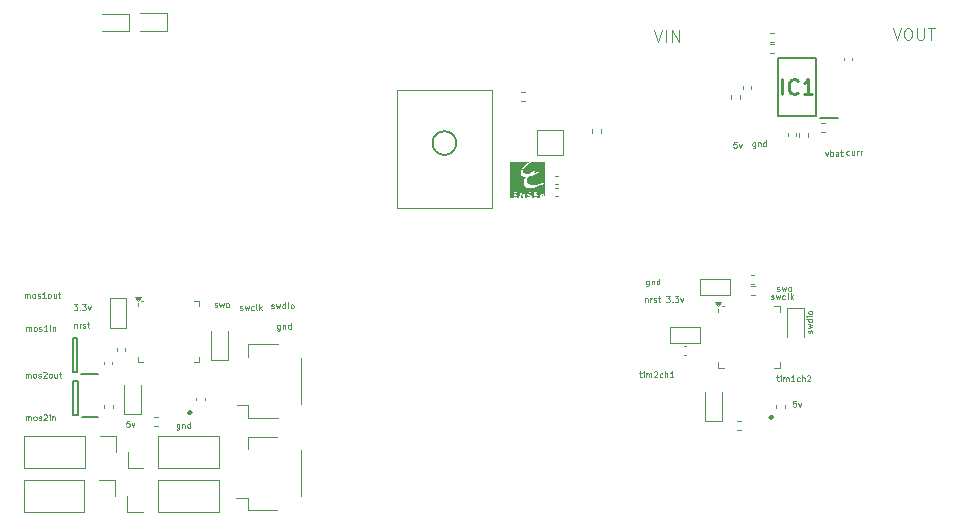
<source format=gbr>
%TF.GenerationSoftware,KiCad,Pcbnew,8.0.5*%
%TF.CreationDate,2024-10-23T07:35:36+02:00*%
%TF.ProjectId,Carte sensors,43617274-6520-4736-956e-736f72732e6b,rev?*%
%TF.SameCoordinates,Original*%
%TF.FileFunction,Legend,Top*%
%TF.FilePolarity,Positive*%
%FSLAX46Y46*%
G04 Gerber Fmt 4.6, Leading zero omitted, Abs format (unit mm)*
G04 Created by KiCad (PCBNEW 8.0.5) date 2024-10-23 07:35:36*
%MOMM*%
%LPD*%
G01*
G04 APERTURE LIST*
%ADD10C,0.100000*%
%ADD11C,0.254000*%
%ADD12C,0.120000*%
%ADD13C,0.250000*%
%ADD14C,0.150000*%
%ADD15C,0.200000*%
%ADD16C,0.000000*%
G04 APERTURE END LIST*
D10*
X165911027Y-119109800D02*
X165958646Y-119133609D01*
X165958646Y-119133609D02*
X166053884Y-119133609D01*
X166053884Y-119133609D02*
X166101503Y-119109800D01*
X166101503Y-119109800D02*
X166125312Y-119062180D01*
X166125312Y-119062180D02*
X166125312Y-119038371D01*
X166125312Y-119038371D02*
X166101503Y-118990752D01*
X166101503Y-118990752D02*
X166053884Y-118966942D01*
X166053884Y-118966942D02*
X165982455Y-118966942D01*
X165982455Y-118966942D02*
X165934836Y-118943133D01*
X165934836Y-118943133D02*
X165911027Y-118895514D01*
X165911027Y-118895514D02*
X165911027Y-118871704D01*
X165911027Y-118871704D02*
X165934836Y-118824085D01*
X165934836Y-118824085D02*
X165982455Y-118800276D01*
X165982455Y-118800276D02*
X166053884Y-118800276D01*
X166053884Y-118800276D02*
X166101503Y-118824085D01*
X166291979Y-118800276D02*
X166387217Y-119133609D01*
X166387217Y-119133609D02*
X166482455Y-118895514D01*
X166482455Y-118895514D02*
X166577693Y-119133609D01*
X166577693Y-119133609D02*
X166672931Y-118800276D01*
X166934837Y-119133609D02*
X166887218Y-119109800D01*
X166887218Y-119109800D02*
X166863408Y-119085990D01*
X166863408Y-119085990D02*
X166839599Y-119038371D01*
X166839599Y-119038371D02*
X166839599Y-118895514D01*
X166839599Y-118895514D02*
X166863408Y-118847895D01*
X166863408Y-118847895D02*
X166887218Y-118824085D01*
X166887218Y-118824085D02*
X166934837Y-118800276D01*
X166934837Y-118800276D02*
X167006265Y-118800276D01*
X167006265Y-118800276D02*
X167053884Y-118824085D01*
X167053884Y-118824085D02*
X167077694Y-118847895D01*
X167077694Y-118847895D02*
X167101503Y-118895514D01*
X167101503Y-118895514D02*
X167101503Y-119038371D01*
X167101503Y-119038371D02*
X167077694Y-119085990D01*
X167077694Y-119085990D02*
X167053884Y-119109800D01*
X167053884Y-119109800D02*
X167006265Y-119133609D01*
X167006265Y-119133609D02*
X166934837Y-119133609D01*
X213463408Y-125070276D02*
X213653884Y-125070276D01*
X213534836Y-124903609D02*
X213534836Y-125332180D01*
X213534836Y-125332180D02*
X213558646Y-125379800D01*
X213558646Y-125379800D02*
X213606265Y-125403609D01*
X213606265Y-125403609D02*
X213653884Y-125403609D01*
X213820550Y-125403609D02*
X213820550Y-125070276D01*
X213820550Y-124903609D02*
X213796741Y-124927419D01*
X213796741Y-124927419D02*
X213820550Y-124951228D01*
X213820550Y-124951228D02*
X213844360Y-124927419D01*
X213844360Y-124927419D02*
X213820550Y-124903609D01*
X213820550Y-124903609D02*
X213820550Y-124951228D01*
X214058645Y-125403609D02*
X214058645Y-125070276D01*
X214058645Y-125117895D02*
X214082455Y-125094085D01*
X214082455Y-125094085D02*
X214130074Y-125070276D01*
X214130074Y-125070276D02*
X214201502Y-125070276D01*
X214201502Y-125070276D02*
X214249121Y-125094085D01*
X214249121Y-125094085D02*
X214272931Y-125141704D01*
X214272931Y-125141704D02*
X214272931Y-125403609D01*
X214272931Y-125141704D02*
X214296740Y-125094085D01*
X214296740Y-125094085D02*
X214344359Y-125070276D01*
X214344359Y-125070276D02*
X214415788Y-125070276D01*
X214415788Y-125070276D02*
X214463407Y-125094085D01*
X214463407Y-125094085D02*
X214487217Y-125141704D01*
X214487217Y-125141704D02*
X214487217Y-125403609D01*
X214987217Y-125403609D02*
X214701503Y-125403609D01*
X214844360Y-125403609D02*
X214844360Y-124903609D01*
X214844360Y-124903609D02*
X214796741Y-124975038D01*
X214796741Y-124975038D02*
X214749122Y-125022657D01*
X214749122Y-125022657D02*
X214701503Y-125046466D01*
X215415788Y-125379800D02*
X215368169Y-125403609D01*
X215368169Y-125403609D02*
X215272931Y-125403609D01*
X215272931Y-125403609D02*
X215225312Y-125379800D01*
X215225312Y-125379800D02*
X215201502Y-125355990D01*
X215201502Y-125355990D02*
X215177693Y-125308371D01*
X215177693Y-125308371D02*
X215177693Y-125165514D01*
X215177693Y-125165514D02*
X215201502Y-125117895D01*
X215201502Y-125117895D02*
X215225312Y-125094085D01*
X215225312Y-125094085D02*
X215272931Y-125070276D01*
X215272931Y-125070276D02*
X215368169Y-125070276D01*
X215368169Y-125070276D02*
X215415788Y-125094085D01*
X215630073Y-125403609D02*
X215630073Y-124903609D01*
X215844359Y-125403609D02*
X215844359Y-125141704D01*
X215844359Y-125141704D02*
X215820549Y-125094085D01*
X215820549Y-125094085D02*
X215772930Y-125070276D01*
X215772930Y-125070276D02*
X215701502Y-125070276D01*
X215701502Y-125070276D02*
X215653883Y-125094085D01*
X215653883Y-125094085D02*
X215630073Y-125117895D01*
X216058645Y-124951228D02*
X216082454Y-124927419D01*
X216082454Y-124927419D02*
X216130073Y-124903609D01*
X216130073Y-124903609D02*
X216249121Y-124903609D01*
X216249121Y-124903609D02*
X216296740Y-124927419D01*
X216296740Y-124927419D02*
X216320549Y-124951228D01*
X216320549Y-124951228D02*
X216344359Y-124998847D01*
X216344359Y-124998847D02*
X216344359Y-125046466D01*
X216344359Y-125046466D02*
X216320549Y-125117895D01*
X216320549Y-125117895D02*
X216034835Y-125403609D01*
X216034835Y-125403609D02*
X216344359Y-125403609D01*
X149884836Y-125113609D02*
X149884836Y-124780276D01*
X149884836Y-124827895D02*
X149908646Y-124804085D01*
X149908646Y-124804085D02*
X149956265Y-124780276D01*
X149956265Y-124780276D02*
X150027693Y-124780276D01*
X150027693Y-124780276D02*
X150075312Y-124804085D01*
X150075312Y-124804085D02*
X150099122Y-124851704D01*
X150099122Y-124851704D02*
X150099122Y-125113609D01*
X150099122Y-124851704D02*
X150122931Y-124804085D01*
X150122931Y-124804085D02*
X150170550Y-124780276D01*
X150170550Y-124780276D02*
X150241979Y-124780276D01*
X150241979Y-124780276D02*
X150289598Y-124804085D01*
X150289598Y-124804085D02*
X150313408Y-124851704D01*
X150313408Y-124851704D02*
X150313408Y-125113609D01*
X150622932Y-125113609D02*
X150575313Y-125089800D01*
X150575313Y-125089800D02*
X150551503Y-125065990D01*
X150551503Y-125065990D02*
X150527694Y-125018371D01*
X150527694Y-125018371D02*
X150527694Y-124875514D01*
X150527694Y-124875514D02*
X150551503Y-124827895D01*
X150551503Y-124827895D02*
X150575313Y-124804085D01*
X150575313Y-124804085D02*
X150622932Y-124780276D01*
X150622932Y-124780276D02*
X150694360Y-124780276D01*
X150694360Y-124780276D02*
X150741979Y-124804085D01*
X150741979Y-124804085D02*
X150765789Y-124827895D01*
X150765789Y-124827895D02*
X150789598Y-124875514D01*
X150789598Y-124875514D02*
X150789598Y-125018371D01*
X150789598Y-125018371D02*
X150765789Y-125065990D01*
X150765789Y-125065990D02*
X150741979Y-125089800D01*
X150741979Y-125089800D02*
X150694360Y-125113609D01*
X150694360Y-125113609D02*
X150622932Y-125113609D01*
X150980075Y-125089800D02*
X151027694Y-125113609D01*
X151027694Y-125113609D02*
X151122932Y-125113609D01*
X151122932Y-125113609D02*
X151170551Y-125089800D01*
X151170551Y-125089800D02*
X151194360Y-125042180D01*
X151194360Y-125042180D02*
X151194360Y-125018371D01*
X151194360Y-125018371D02*
X151170551Y-124970752D01*
X151170551Y-124970752D02*
X151122932Y-124946942D01*
X151122932Y-124946942D02*
X151051503Y-124946942D01*
X151051503Y-124946942D02*
X151003884Y-124923133D01*
X151003884Y-124923133D02*
X150980075Y-124875514D01*
X150980075Y-124875514D02*
X150980075Y-124851704D01*
X150980075Y-124851704D02*
X151003884Y-124804085D01*
X151003884Y-124804085D02*
X151051503Y-124780276D01*
X151051503Y-124780276D02*
X151122932Y-124780276D01*
X151122932Y-124780276D02*
X151170551Y-124804085D01*
X151384837Y-124661228D02*
X151408646Y-124637419D01*
X151408646Y-124637419D02*
X151456265Y-124613609D01*
X151456265Y-124613609D02*
X151575313Y-124613609D01*
X151575313Y-124613609D02*
X151622932Y-124637419D01*
X151622932Y-124637419D02*
X151646741Y-124661228D01*
X151646741Y-124661228D02*
X151670551Y-124708847D01*
X151670551Y-124708847D02*
X151670551Y-124756466D01*
X151670551Y-124756466D02*
X151646741Y-124827895D01*
X151646741Y-124827895D02*
X151361027Y-125113609D01*
X151361027Y-125113609D02*
X151670551Y-125113609D01*
X151956265Y-125113609D02*
X151908646Y-125089800D01*
X151908646Y-125089800D02*
X151884836Y-125065990D01*
X151884836Y-125065990D02*
X151861027Y-125018371D01*
X151861027Y-125018371D02*
X151861027Y-124875514D01*
X151861027Y-124875514D02*
X151884836Y-124827895D01*
X151884836Y-124827895D02*
X151908646Y-124804085D01*
X151908646Y-124804085D02*
X151956265Y-124780276D01*
X151956265Y-124780276D02*
X152027693Y-124780276D01*
X152027693Y-124780276D02*
X152075312Y-124804085D01*
X152075312Y-124804085D02*
X152099122Y-124827895D01*
X152099122Y-124827895D02*
X152122931Y-124875514D01*
X152122931Y-124875514D02*
X152122931Y-125018371D01*
X152122931Y-125018371D02*
X152099122Y-125065990D01*
X152099122Y-125065990D02*
X152075312Y-125089800D01*
X152075312Y-125089800D02*
X152027693Y-125113609D01*
X152027693Y-125113609D02*
X151956265Y-125113609D01*
X152551503Y-124780276D02*
X152551503Y-125113609D01*
X152337217Y-124780276D02*
X152337217Y-125042180D01*
X152337217Y-125042180D02*
X152361027Y-125089800D01*
X152361027Y-125089800D02*
X152408646Y-125113609D01*
X152408646Y-125113609D02*
X152480074Y-125113609D01*
X152480074Y-125113609D02*
X152527693Y-125089800D01*
X152527693Y-125089800D02*
X152551503Y-125065990D01*
X152718170Y-124780276D02*
X152908646Y-124780276D01*
X152789598Y-124613609D02*
X152789598Y-125042180D01*
X152789598Y-125042180D02*
X152813408Y-125089800D01*
X152813408Y-125089800D02*
X152861027Y-125113609D01*
X152861027Y-125113609D02*
X152908646Y-125113609D01*
X202649122Y-116880276D02*
X202649122Y-117285038D01*
X202649122Y-117285038D02*
X202625312Y-117332657D01*
X202625312Y-117332657D02*
X202601503Y-117356466D01*
X202601503Y-117356466D02*
X202553884Y-117380276D01*
X202553884Y-117380276D02*
X202482455Y-117380276D01*
X202482455Y-117380276D02*
X202434836Y-117356466D01*
X202649122Y-117189800D02*
X202601503Y-117213609D01*
X202601503Y-117213609D02*
X202506265Y-117213609D01*
X202506265Y-117213609D02*
X202458646Y-117189800D01*
X202458646Y-117189800D02*
X202434836Y-117165990D01*
X202434836Y-117165990D02*
X202411027Y-117118371D01*
X202411027Y-117118371D02*
X202411027Y-116975514D01*
X202411027Y-116975514D02*
X202434836Y-116927895D01*
X202434836Y-116927895D02*
X202458646Y-116904085D01*
X202458646Y-116904085D02*
X202506265Y-116880276D01*
X202506265Y-116880276D02*
X202601503Y-116880276D01*
X202601503Y-116880276D02*
X202649122Y-116904085D01*
X202887217Y-116880276D02*
X202887217Y-117213609D01*
X202887217Y-116927895D02*
X202911027Y-116904085D01*
X202911027Y-116904085D02*
X202958646Y-116880276D01*
X202958646Y-116880276D02*
X203030074Y-116880276D01*
X203030074Y-116880276D02*
X203077693Y-116904085D01*
X203077693Y-116904085D02*
X203101503Y-116951704D01*
X203101503Y-116951704D02*
X203101503Y-117213609D01*
X203553884Y-117213609D02*
X203553884Y-116713609D01*
X203553884Y-117189800D02*
X203506265Y-117213609D01*
X203506265Y-117213609D02*
X203411027Y-117213609D01*
X203411027Y-117213609D02*
X203363408Y-117189800D01*
X203363408Y-117189800D02*
X203339598Y-117165990D01*
X203339598Y-117165990D02*
X203315789Y-117118371D01*
X203315789Y-117118371D02*
X203315789Y-116975514D01*
X203315789Y-116975514D02*
X203339598Y-116927895D01*
X203339598Y-116927895D02*
X203363408Y-116904085D01*
X203363408Y-116904085D02*
X203411027Y-116880276D01*
X203411027Y-116880276D02*
X203506265Y-116880276D01*
X203506265Y-116880276D02*
X203553884Y-116904085D01*
X154004836Y-120530276D02*
X154004836Y-120863609D01*
X154004836Y-120577895D02*
X154028646Y-120554085D01*
X154028646Y-120554085D02*
X154076265Y-120530276D01*
X154076265Y-120530276D02*
X154147693Y-120530276D01*
X154147693Y-120530276D02*
X154195312Y-120554085D01*
X154195312Y-120554085D02*
X154219122Y-120601704D01*
X154219122Y-120601704D02*
X154219122Y-120863609D01*
X154457217Y-120863609D02*
X154457217Y-120530276D01*
X154457217Y-120625514D02*
X154481027Y-120577895D01*
X154481027Y-120577895D02*
X154504836Y-120554085D01*
X154504836Y-120554085D02*
X154552455Y-120530276D01*
X154552455Y-120530276D02*
X154600074Y-120530276D01*
X154742932Y-120839800D02*
X154790551Y-120863609D01*
X154790551Y-120863609D02*
X154885789Y-120863609D01*
X154885789Y-120863609D02*
X154933408Y-120839800D01*
X154933408Y-120839800D02*
X154957217Y-120792180D01*
X154957217Y-120792180D02*
X154957217Y-120768371D01*
X154957217Y-120768371D02*
X154933408Y-120720752D01*
X154933408Y-120720752D02*
X154885789Y-120696942D01*
X154885789Y-120696942D02*
X154814360Y-120696942D01*
X154814360Y-120696942D02*
X154766741Y-120673133D01*
X154766741Y-120673133D02*
X154742932Y-120625514D01*
X154742932Y-120625514D02*
X154742932Y-120601704D01*
X154742932Y-120601704D02*
X154766741Y-120554085D01*
X154766741Y-120554085D02*
X154814360Y-120530276D01*
X154814360Y-120530276D02*
X154885789Y-120530276D01*
X154885789Y-120530276D02*
X154933408Y-120554085D01*
X155100075Y-120530276D02*
X155290551Y-120530276D01*
X155171503Y-120363609D02*
X155171503Y-120792180D01*
X155171503Y-120792180D02*
X155195313Y-120839800D01*
X155195313Y-120839800D02*
X155242932Y-120863609D01*
X155242932Y-120863609D02*
X155290551Y-120863609D01*
X213021027Y-118439800D02*
X213068646Y-118463609D01*
X213068646Y-118463609D02*
X213163884Y-118463609D01*
X213163884Y-118463609D02*
X213211503Y-118439800D01*
X213211503Y-118439800D02*
X213235312Y-118392180D01*
X213235312Y-118392180D02*
X213235312Y-118368371D01*
X213235312Y-118368371D02*
X213211503Y-118320752D01*
X213211503Y-118320752D02*
X213163884Y-118296942D01*
X213163884Y-118296942D02*
X213092455Y-118296942D01*
X213092455Y-118296942D02*
X213044836Y-118273133D01*
X213044836Y-118273133D02*
X213021027Y-118225514D01*
X213021027Y-118225514D02*
X213021027Y-118201704D01*
X213021027Y-118201704D02*
X213044836Y-118154085D01*
X213044836Y-118154085D02*
X213092455Y-118130276D01*
X213092455Y-118130276D02*
X213163884Y-118130276D01*
X213163884Y-118130276D02*
X213211503Y-118154085D01*
X213401979Y-118130276D02*
X213497217Y-118463609D01*
X213497217Y-118463609D02*
X213592455Y-118225514D01*
X213592455Y-118225514D02*
X213687693Y-118463609D01*
X213687693Y-118463609D02*
X213782931Y-118130276D01*
X214187694Y-118439800D02*
X214140075Y-118463609D01*
X214140075Y-118463609D02*
X214044837Y-118463609D01*
X214044837Y-118463609D02*
X213997218Y-118439800D01*
X213997218Y-118439800D02*
X213973408Y-118415990D01*
X213973408Y-118415990D02*
X213949599Y-118368371D01*
X213949599Y-118368371D02*
X213949599Y-118225514D01*
X213949599Y-118225514D02*
X213973408Y-118177895D01*
X213973408Y-118177895D02*
X213997218Y-118154085D01*
X213997218Y-118154085D02*
X214044837Y-118130276D01*
X214044837Y-118130276D02*
X214140075Y-118130276D01*
X214140075Y-118130276D02*
X214187694Y-118154085D01*
X214473408Y-118463609D02*
X214425789Y-118439800D01*
X214425789Y-118439800D02*
X214401979Y-118392180D01*
X214401979Y-118392180D02*
X214401979Y-117963609D01*
X214663884Y-118463609D02*
X214663884Y-117963609D01*
X214711503Y-118273133D02*
X214854360Y-118463609D01*
X214854360Y-118130276D02*
X214663884Y-118320752D01*
X149914836Y-128703609D02*
X149914836Y-128370276D01*
X149914836Y-128417895D02*
X149938646Y-128394085D01*
X149938646Y-128394085D02*
X149986265Y-128370276D01*
X149986265Y-128370276D02*
X150057693Y-128370276D01*
X150057693Y-128370276D02*
X150105312Y-128394085D01*
X150105312Y-128394085D02*
X150129122Y-128441704D01*
X150129122Y-128441704D02*
X150129122Y-128703609D01*
X150129122Y-128441704D02*
X150152931Y-128394085D01*
X150152931Y-128394085D02*
X150200550Y-128370276D01*
X150200550Y-128370276D02*
X150271979Y-128370276D01*
X150271979Y-128370276D02*
X150319598Y-128394085D01*
X150319598Y-128394085D02*
X150343408Y-128441704D01*
X150343408Y-128441704D02*
X150343408Y-128703609D01*
X150652932Y-128703609D02*
X150605313Y-128679800D01*
X150605313Y-128679800D02*
X150581503Y-128655990D01*
X150581503Y-128655990D02*
X150557694Y-128608371D01*
X150557694Y-128608371D02*
X150557694Y-128465514D01*
X150557694Y-128465514D02*
X150581503Y-128417895D01*
X150581503Y-128417895D02*
X150605313Y-128394085D01*
X150605313Y-128394085D02*
X150652932Y-128370276D01*
X150652932Y-128370276D02*
X150724360Y-128370276D01*
X150724360Y-128370276D02*
X150771979Y-128394085D01*
X150771979Y-128394085D02*
X150795789Y-128417895D01*
X150795789Y-128417895D02*
X150819598Y-128465514D01*
X150819598Y-128465514D02*
X150819598Y-128608371D01*
X150819598Y-128608371D02*
X150795789Y-128655990D01*
X150795789Y-128655990D02*
X150771979Y-128679800D01*
X150771979Y-128679800D02*
X150724360Y-128703609D01*
X150724360Y-128703609D02*
X150652932Y-128703609D01*
X151010075Y-128679800D02*
X151057694Y-128703609D01*
X151057694Y-128703609D02*
X151152932Y-128703609D01*
X151152932Y-128703609D02*
X151200551Y-128679800D01*
X151200551Y-128679800D02*
X151224360Y-128632180D01*
X151224360Y-128632180D02*
X151224360Y-128608371D01*
X151224360Y-128608371D02*
X151200551Y-128560752D01*
X151200551Y-128560752D02*
X151152932Y-128536942D01*
X151152932Y-128536942D02*
X151081503Y-128536942D01*
X151081503Y-128536942D02*
X151033884Y-128513133D01*
X151033884Y-128513133D02*
X151010075Y-128465514D01*
X151010075Y-128465514D02*
X151010075Y-128441704D01*
X151010075Y-128441704D02*
X151033884Y-128394085D01*
X151033884Y-128394085D02*
X151081503Y-128370276D01*
X151081503Y-128370276D02*
X151152932Y-128370276D01*
X151152932Y-128370276D02*
X151200551Y-128394085D01*
X151414837Y-128251228D02*
X151438646Y-128227419D01*
X151438646Y-128227419D02*
X151486265Y-128203609D01*
X151486265Y-128203609D02*
X151605313Y-128203609D01*
X151605313Y-128203609D02*
X151652932Y-128227419D01*
X151652932Y-128227419D02*
X151676741Y-128251228D01*
X151676741Y-128251228D02*
X151700551Y-128298847D01*
X151700551Y-128298847D02*
X151700551Y-128346466D01*
X151700551Y-128346466D02*
X151676741Y-128417895D01*
X151676741Y-128417895D02*
X151391027Y-128703609D01*
X151391027Y-128703609D02*
X151700551Y-128703609D01*
X151914836Y-128703609D02*
X151914836Y-128370276D01*
X151914836Y-128203609D02*
X151891027Y-128227419D01*
X151891027Y-128227419D02*
X151914836Y-128251228D01*
X151914836Y-128251228D02*
X151938646Y-128227419D01*
X151938646Y-128227419D02*
X151914836Y-128203609D01*
X151914836Y-128203609D02*
X151914836Y-128251228D01*
X152152931Y-128370276D02*
X152152931Y-128703609D01*
X152152931Y-128417895D02*
X152176741Y-128394085D01*
X152176741Y-128394085D02*
X152224360Y-128370276D01*
X152224360Y-128370276D02*
X152295788Y-128370276D01*
X152295788Y-128370276D02*
X152343407Y-128394085D01*
X152343407Y-128394085D02*
X152367217Y-128441704D01*
X152367217Y-128441704D02*
X152367217Y-128703609D01*
X213521027Y-117739800D02*
X213568646Y-117763609D01*
X213568646Y-117763609D02*
X213663884Y-117763609D01*
X213663884Y-117763609D02*
X213711503Y-117739800D01*
X213711503Y-117739800D02*
X213735312Y-117692180D01*
X213735312Y-117692180D02*
X213735312Y-117668371D01*
X213735312Y-117668371D02*
X213711503Y-117620752D01*
X213711503Y-117620752D02*
X213663884Y-117596942D01*
X213663884Y-117596942D02*
X213592455Y-117596942D01*
X213592455Y-117596942D02*
X213544836Y-117573133D01*
X213544836Y-117573133D02*
X213521027Y-117525514D01*
X213521027Y-117525514D02*
X213521027Y-117501704D01*
X213521027Y-117501704D02*
X213544836Y-117454085D01*
X213544836Y-117454085D02*
X213592455Y-117430276D01*
X213592455Y-117430276D02*
X213663884Y-117430276D01*
X213663884Y-117430276D02*
X213711503Y-117454085D01*
X213901979Y-117430276D02*
X213997217Y-117763609D01*
X213997217Y-117763609D02*
X214092455Y-117525514D01*
X214092455Y-117525514D02*
X214187693Y-117763609D01*
X214187693Y-117763609D02*
X214282931Y-117430276D01*
X214544837Y-117763609D02*
X214497218Y-117739800D01*
X214497218Y-117739800D02*
X214473408Y-117715990D01*
X214473408Y-117715990D02*
X214449599Y-117668371D01*
X214449599Y-117668371D02*
X214449599Y-117525514D01*
X214449599Y-117525514D02*
X214473408Y-117477895D01*
X214473408Y-117477895D02*
X214497218Y-117454085D01*
X214497218Y-117454085D02*
X214544837Y-117430276D01*
X214544837Y-117430276D02*
X214616265Y-117430276D01*
X214616265Y-117430276D02*
X214663884Y-117454085D01*
X214663884Y-117454085D02*
X214687694Y-117477895D01*
X214687694Y-117477895D02*
X214711503Y-117525514D01*
X214711503Y-117525514D02*
X214711503Y-117668371D01*
X214711503Y-117668371D02*
X214687694Y-117715990D01*
X214687694Y-117715990D02*
X214663884Y-117739800D01*
X214663884Y-117739800D02*
X214616265Y-117763609D01*
X214616265Y-117763609D02*
X214544837Y-117763609D01*
X203131027Y-95682419D02*
X203464360Y-96682419D01*
X203464360Y-96682419D02*
X203797693Y-95682419D01*
X204131027Y-96682419D02*
X204131027Y-95682419D01*
X204607217Y-96682419D02*
X204607217Y-95682419D01*
X204607217Y-95682419D02*
X205178645Y-96682419D01*
X205178645Y-96682419D02*
X205178645Y-95682419D01*
X168051027Y-119359800D02*
X168098646Y-119383609D01*
X168098646Y-119383609D02*
X168193884Y-119383609D01*
X168193884Y-119383609D02*
X168241503Y-119359800D01*
X168241503Y-119359800D02*
X168265312Y-119312180D01*
X168265312Y-119312180D02*
X168265312Y-119288371D01*
X168265312Y-119288371D02*
X168241503Y-119240752D01*
X168241503Y-119240752D02*
X168193884Y-119216942D01*
X168193884Y-119216942D02*
X168122455Y-119216942D01*
X168122455Y-119216942D02*
X168074836Y-119193133D01*
X168074836Y-119193133D02*
X168051027Y-119145514D01*
X168051027Y-119145514D02*
X168051027Y-119121704D01*
X168051027Y-119121704D02*
X168074836Y-119074085D01*
X168074836Y-119074085D02*
X168122455Y-119050276D01*
X168122455Y-119050276D02*
X168193884Y-119050276D01*
X168193884Y-119050276D02*
X168241503Y-119074085D01*
X168431979Y-119050276D02*
X168527217Y-119383609D01*
X168527217Y-119383609D02*
X168622455Y-119145514D01*
X168622455Y-119145514D02*
X168717693Y-119383609D01*
X168717693Y-119383609D02*
X168812931Y-119050276D01*
X169217694Y-119359800D02*
X169170075Y-119383609D01*
X169170075Y-119383609D02*
X169074837Y-119383609D01*
X169074837Y-119383609D02*
X169027218Y-119359800D01*
X169027218Y-119359800D02*
X169003408Y-119335990D01*
X169003408Y-119335990D02*
X168979599Y-119288371D01*
X168979599Y-119288371D02*
X168979599Y-119145514D01*
X168979599Y-119145514D02*
X169003408Y-119097895D01*
X169003408Y-119097895D02*
X169027218Y-119074085D01*
X169027218Y-119074085D02*
X169074837Y-119050276D01*
X169074837Y-119050276D02*
X169170075Y-119050276D01*
X169170075Y-119050276D02*
X169217694Y-119074085D01*
X169503408Y-119383609D02*
X169455789Y-119359800D01*
X169455789Y-119359800D02*
X169431979Y-119312180D01*
X169431979Y-119312180D02*
X169431979Y-118883609D01*
X169693884Y-119383609D02*
X169693884Y-118883609D01*
X169741503Y-119193133D02*
X169884360Y-119383609D01*
X169884360Y-119050276D02*
X169693884Y-119240752D01*
X219619122Y-106229800D02*
X219571503Y-106253609D01*
X219571503Y-106253609D02*
X219476265Y-106253609D01*
X219476265Y-106253609D02*
X219428646Y-106229800D01*
X219428646Y-106229800D02*
X219404836Y-106205990D01*
X219404836Y-106205990D02*
X219381027Y-106158371D01*
X219381027Y-106158371D02*
X219381027Y-106015514D01*
X219381027Y-106015514D02*
X219404836Y-105967895D01*
X219404836Y-105967895D02*
X219428646Y-105944085D01*
X219428646Y-105944085D02*
X219476265Y-105920276D01*
X219476265Y-105920276D02*
X219571503Y-105920276D01*
X219571503Y-105920276D02*
X219619122Y-105944085D01*
X220047693Y-105920276D02*
X220047693Y-106253609D01*
X219833407Y-105920276D02*
X219833407Y-106182180D01*
X219833407Y-106182180D02*
X219857217Y-106229800D01*
X219857217Y-106229800D02*
X219904836Y-106253609D01*
X219904836Y-106253609D02*
X219976264Y-106253609D01*
X219976264Y-106253609D02*
X220023883Y-106229800D01*
X220023883Y-106229800D02*
X220047693Y-106205990D01*
X220285788Y-106253609D02*
X220285788Y-105920276D01*
X220285788Y-106015514D02*
X220309598Y-105967895D01*
X220309598Y-105967895D02*
X220333407Y-105944085D01*
X220333407Y-105944085D02*
X220381026Y-105920276D01*
X220381026Y-105920276D02*
X220428645Y-105920276D01*
X220595312Y-106253609D02*
X220595312Y-105920276D01*
X220595312Y-106015514D02*
X220619122Y-105967895D01*
X220619122Y-105967895D02*
X220642931Y-105944085D01*
X220642931Y-105944085D02*
X220690550Y-105920276D01*
X220690550Y-105920276D02*
X220738169Y-105920276D01*
X149944836Y-121143609D02*
X149944836Y-120810276D01*
X149944836Y-120857895D02*
X149968646Y-120834085D01*
X149968646Y-120834085D02*
X150016265Y-120810276D01*
X150016265Y-120810276D02*
X150087693Y-120810276D01*
X150087693Y-120810276D02*
X150135312Y-120834085D01*
X150135312Y-120834085D02*
X150159122Y-120881704D01*
X150159122Y-120881704D02*
X150159122Y-121143609D01*
X150159122Y-120881704D02*
X150182931Y-120834085D01*
X150182931Y-120834085D02*
X150230550Y-120810276D01*
X150230550Y-120810276D02*
X150301979Y-120810276D01*
X150301979Y-120810276D02*
X150349598Y-120834085D01*
X150349598Y-120834085D02*
X150373408Y-120881704D01*
X150373408Y-120881704D02*
X150373408Y-121143609D01*
X150682932Y-121143609D02*
X150635313Y-121119800D01*
X150635313Y-121119800D02*
X150611503Y-121095990D01*
X150611503Y-121095990D02*
X150587694Y-121048371D01*
X150587694Y-121048371D02*
X150587694Y-120905514D01*
X150587694Y-120905514D02*
X150611503Y-120857895D01*
X150611503Y-120857895D02*
X150635313Y-120834085D01*
X150635313Y-120834085D02*
X150682932Y-120810276D01*
X150682932Y-120810276D02*
X150754360Y-120810276D01*
X150754360Y-120810276D02*
X150801979Y-120834085D01*
X150801979Y-120834085D02*
X150825789Y-120857895D01*
X150825789Y-120857895D02*
X150849598Y-120905514D01*
X150849598Y-120905514D02*
X150849598Y-121048371D01*
X150849598Y-121048371D02*
X150825789Y-121095990D01*
X150825789Y-121095990D02*
X150801979Y-121119800D01*
X150801979Y-121119800D02*
X150754360Y-121143609D01*
X150754360Y-121143609D02*
X150682932Y-121143609D01*
X151040075Y-121119800D02*
X151087694Y-121143609D01*
X151087694Y-121143609D02*
X151182932Y-121143609D01*
X151182932Y-121143609D02*
X151230551Y-121119800D01*
X151230551Y-121119800D02*
X151254360Y-121072180D01*
X151254360Y-121072180D02*
X151254360Y-121048371D01*
X151254360Y-121048371D02*
X151230551Y-121000752D01*
X151230551Y-121000752D02*
X151182932Y-120976942D01*
X151182932Y-120976942D02*
X151111503Y-120976942D01*
X151111503Y-120976942D02*
X151063884Y-120953133D01*
X151063884Y-120953133D02*
X151040075Y-120905514D01*
X151040075Y-120905514D02*
X151040075Y-120881704D01*
X151040075Y-120881704D02*
X151063884Y-120834085D01*
X151063884Y-120834085D02*
X151111503Y-120810276D01*
X151111503Y-120810276D02*
X151182932Y-120810276D01*
X151182932Y-120810276D02*
X151230551Y-120834085D01*
X151730551Y-121143609D02*
X151444837Y-121143609D01*
X151587694Y-121143609D02*
X151587694Y-120643609D01*
X151587694Y-120643609D02*
X151540075Y-120715038D01*
X151540075Y-120715038D02*
X151492456Y-120762657D01*
X151492456Y-120762657D02*
X151444837Y-120786466D01*
X151944836Y-121143609D02*
X151944836Y-120810276D01*
X151944836Y-120643609D02*
X151921027Y-120667419D01*
X151921027Y-120667419D02*
X151944836Y-120691228D01*
X151944836Y-120691228D02*
X151968646Y-120667419D01*
X151968646Y-120667419D02*
X151944836Y-120643609D01*
X151944836Y-120643609D02*
X151944836Y-120691228D01*
X152182931Y-120810276D02*
X152182931Y-121143609D01*
X152182931Y-120857895D02*
X152206741Y-120834085D01*
X152206741Y-120834085D02*
X152254360Y-120810276D01*
X152254360Y-120810276D02*
X152325788Y-120810276D01*
X152325788Y-120810276D02*
X152373407Y-120834085D01*
X152373407Y-120834085D02*
X152397217Y-120881704D01*
X152397217Y-120881704D02*
X152397217Y-121143609D01*
X216469800Y-121318972D02*
X216493609Y-121271353D01*
X216493609Y-121271353D02*
X216493609Y-121176115D01*
X216493609Y-121176115D02*
X216469800Y-121128496D01*
X216469800Y-121128496D02*
X216422180Y-121104687D01*
X216422180Y-121104687D02*
X216398371Y-121104687D01*
X216398371Y-121104687D02*
X216350752Y-121128496D01*
X216350752Y-121128496D02*
X216326942Y-121176115D01*
X216326942Y-121176115D02*
X216326942Y-121247544D01*
X216326942Y-121247544D02*
X216303133Y-121295163D01*
X216303133Y-121295163D02*
X216255514Y-121318972D01*
X216255514Y-121318972D02*
X216231704Y-121318972D01*
X216231704Y-121318972D02*
X216184085Y-121295163D01*
X216184085Y-121295163D02*
X216160276Y-121247544D01*
X216160276Y-121247544D02*
X216160276Y-121176115D01*
X216160276Y-121176115D02*
X216184085Y-121128496D01*
X216160276Y-120938020D02*
X216493609Y-120842782D01*
X216493609Y-120842782D02*
X216255514Y-120747544D01*
X216255514Y-120747544D02*
X216493609Y-120652306D01*
X216493609Y-120652306D02*
X216160276Y-120557068D01*
X216493609Y-120152305D02*
X215993609Y-120152305D01*
X216469800Y-120152305D02*
X216493609Y-120199924D01*
X216493609Y-120199924D02*
X216493609Y-120295162D01*
X216493609Y-120295162D02*
X216469800Y-120342781D01*
X216469800Y-120342781D02*
X216445990Y-120366591D01*
X216445990Y-120366591D02*
X216398371Y-120390400D01*
X216398371Y-120390400D02*
X216255514Y-120390400D01*
X216255514Y-120390400D02*
X216207895Y-120366591D01*
X216207895Y-120366591D02*
X216184085Y-120342781D01*
X216184085Y-120342781D02*
X216160276Y-120295162D01*
X216160276Y-120295162D02*
X216160276Y-120199924D01*
X216160276Y-120199924D02*
X216184085Y-120152305D01*
X216493609Y-119914210D02*
X216160276Y-119914210D01*
X215993609Y-119914210D02*
X216017419Y-119938019D01*
X216017419Y-119938019D02*
X216041228Y-119914210D01*
X216041228Y-119914210D02*
X216017419Y-119890400D01*
X216017419Y-119890400D02*
X215993609Y-119914210D01*
X215993609Y-119914210D02*
X216041228Y-119914210D01*
X216493609Y-119604686D02*
X216469800Y-119652305D01*
X216469800Y-119652305D02*
X216445990Y-119676115D01*
X216445990Y-119676115D02*
X216398371Y-119699924D01*
X216398371Y-119699924D02*
X216255514Y-119699924D01*
X216255514Y-119699924D02*
X216207895Y-119676115D01*
X216207895Y-119676115D02*
X216184085Y-119652305D01*
X216184085Y-119652305D02*
X216160276Y-119604686D01*
X216160276Y-119604686D02*
X216160276Y-119533258D01*
X216160276Y-119533258D02*
X216184085Y-119485639D01*
X216184085Y-119485639D02*
X216207895Y-119461829D01*
X216207895Y-119461829D02*
X216255514Y-119438020D01*
X216255514Y-119438020D02*
X216398371Y-119438020D01*
X216398371Y-119438020D02*
X216445990Y-119461829D01*
X216445990Y-119461829D02*
X216469800Y-119485639D01*
X216469800Y-119485639D02*
X216493609Y-119533258D01*
X216493609Y-119533258D02*
X216493609Y-119604686D01*
X202334836Y-118370276D02*
X202334836Y-118703609D01*
X202334836Y-118417895D02*
X202358646Y-118394085D01*
X202358646Y-118394085D02*
X202406265Y-118370276D01*
X202406265Y-118370276D02*
X202477693Y-118370276D01*
X202477693Y-118370276D02*
X202525312Y-118394085D01*
X202525312Y-118394085D02*
X202549122Y-118441704D01*
X202549122Y-118441704D02*
X202549122Y-118703609D01*
X202787217Y-118703609D02*
X202787217Y-118370276D01*
X202787217Y-118465514D02*
X202811027Y-118417895D01*
X202811027Y-118417895D02*
X202834836Y-118394085D01*
X202834836Y-118394085D02*
X202882455Y-118370276D01*
X202882455Y-118370276D02*
X202930074Y-118370276D01*
X203072932Y-118679800D02*
X203120551Y-118703609D01*
X203120551Y-118703609D02*
X203215789Y-118703609D01*
X203215789Y-118703609D02*
X203263408Y-118679800D01*
X203263408Y-118679800D02*
X203287217Y-118632180D01*
X203287217Y-118632180D02*
X203287217Y-118608371D01*
X203287217Y-118608371D02*
X203263408Y-118560752D01*
X203263408Y-118560752D02*
X203215789Y-118536942D01*
X203215789Y-118536942D02*
X203144360Y-118536942D01*
X203144360Y-118536942D02*
X203096741Y-118513133D01*
X203096741Y-118513133D02*
X203072932Y-118465514D01*
X203072932Y-118465514D02*
X203072932Y-118441704D01*
X203072932Y-118441704D02*
X203096741Y-118394085D01*
X203096741Y-118394085D02*
X203144360Y-118370276D01*
X203144360Y-118370276D02*
X203215789Y-118370276D01*
X203215789Y-118370276D02*
X203263408Y-118394085D01*
X203430075Y-118370276D02*
X203620551Y-118370276D01*
X203501503Y-118203609D02*
X203501503Y-118632180D01*
X203501503Y-118632180D02*
X203525313Y-118679800D01*
X203525313Y-118679800D02*
X203572932Y-118703609D01*
X203572932Y-118703609D02*
X203620551Y-118703609D01*
X204120550Y-118203609D02*
X204430074Y-118203609D01*
X204430074Y-118203609D02*
X204263407Y-118394085D01*
X204263407Y-118394085D02*
X204334836Y-118394085D01*
X204334836Y-118394085D02*
X204382455Y-118417895D01*
X204382455Y-118417895D02*
X204406264Y-118441704D01*
X204406264Y-118441704D02*
X204430074Y-118489323D01*
X204430074Y-118489323D02*
X204430074Y-118608371D01*
X204430074Y-118608371D02*
X204406264Y-118655990D01*
X204406264Y-118655990D02*
X204382455Y-118679800D01*
X204382455Y-118679800D02*
X204334836Y-118703609D01*
X204334836Y-118703609D02*
X204191979Y-118703609D01*
X204191979Y-118703609D02*
X204144360Y-118679800D01*
X204144360Y-118679800D02*
X204120550Y-118655990D01*
X204644359Y-118655990D02*
X204668169Y-118679800D01*
X204668169Y-118679800D02*
X204644359Y-118703609D01*
X204644359Y-118703609D02*
X204620550Y-118679800D01*
X204620550Y-118679800D02*
X204644359Y-118655990D01*
X204644359Y-118655990D02*
X204644359Y-118703609D01*
X204834835Y-118203609D02*
X205144359Y-118203609D01*
X205144359Y-118203609D02*
X204977692Y-118394085D01*
X204977692Y-118394085D02*
X205049121Y-118394085D01*
X205049121Y-118394085D02*
X205096740Y-118417895D01*
X205096740Y-118417895D02*
X205120549Y-118441704D01*
X205120549Y-118441704D02*
X205144359Y-118489323D01*
X205144359Y-118489323D02*
X205144359Y-118608371D01*
X205144359Y-118608371D02*
X205120549Y-118655990D01*
X205120549Y-118655990D02*
X205096740Y-118679800D01*
X205096740Y-118679800D02*
X205049121Y-118703609D01*
X205049121Y-118703609D02*
X204906264Y-118703609D01*
X204906264Y-118703609D02*
X204858645Y-118679800D01*
X204858645Y-118679800D02*
X204834835Y-118655990D01*
X205311025Y-118370276D02*
X205430073Y-118703609D01*
X205430073Y-118703609D02*
X205549120Y-118370276D01*
X171419122Y-120620276D02*
X171419122Y-121025038D01*
X171419122Y-121025038D02*
X171395312Y-121072657D01*
X171395312Y-121072657D02*
X171371503Y-121096466D01*
X171371503Y-121096466D02*
X171323884Y-121120276D01*
X171323884Y-121120276D02*
X171252455Y-121120276D01*
X171252455Y-121120276D02*
X171204836Y-121096466D01*
X171419122Y-120929800D02*
X171371503Y-120953609D01*
X171371503Y-120953609D02*
X171276265Y-120953609D01*
X171276265Y-120953609D02*
X171228646Y-120929800D01*
X171228646Y-120929800D02*
X171204836Y-120905990D01*
X171204836Y-120905990D02*
X171181027Y-120858371D01*
X171181027Y-120858371D02*
X171181027Y-120715514D01*
X171181027Y-120715514D02*
X171204836Y-120667895D01*
X171204836Y-120667895D02*
X171228646Y-120644085D01*
X171228646Y-120644085D02*
X171276265Y-120620276D01*
X171276265Y-120620276D02*
X171371503Y-120620276D01*
X171371503Y-120620276D02*
X171419122Y-120644085D01*
X171657217Y-120620276D02*
X171657217Y-120953609D01*
X171657217Y-120667895D02*
X171681027Y-120644085D01*
X171681027Y-120644085D02*
X171728646Y-120620276D01*
X171728646Y-120620276D02*
X171800074Y-120620276D01*
X171800074Y-120620276D02*
X171847693Y-120644085D01*
X171847693Y-120644085D02*
X171871503Y-120691704D01*
X171871503Y-120691704D02*
X171871503Y-120953609D01*
X172323884Y-120953609D02*
X172323884Y-120453609D01*
X172323884Y-120929800D02*
X172276265Y-120953609D01*
X172276265Y-120953609D02*
X172181027Y-120953609D01*
X172181027Y-120953609D02*
X172133408Y-120929800D01*
X172133408Y-120929800D02*
X172109598Y-120905990D01*
X172109598Y-120905990D02*
X172085789Y-120858371D01*
X172085789Y-120858371D02*
X172085789Y-120715514D01*
X172085789Y-120715514D02*
X172109598Y-120667895D01*
X172109598Y-120667895D02*
X172133408Y-120644085D01*
X172133408Y-120644085D02*
X172181027Y-120620276D01*
X172181027Y-120620276D02*
X172276265Y-120620276D01*
X172276265Y-120620276D02*
X172323884Y-120644085D01*
X210082931Y-105133609D02*
X209844836Y-105133609D01*
X209844836Y-105133609D02*
X209821027Y-105371704D01*
X209821027Y-105371704D02*
X209844836Y-105347895D01*
X209844836Y-105347895D02*
X209892455Y-105324085D01*
X209892455Y-105324085D02*
X210011503Y-105324085D01*
X210011503Y-105324085D02*
X210059122Y-105347895D01*
X210059122Y-105347895D02*
X210082931Y-105371704D01*
X210082931Y-105371704D02*
X210106741Y-105419323D01*
X210106741Y-105419323D02*
X210106741Y-105538371D01*
X210106741Y-105538371D02*
X210082931Y-105585990D01*
X210082931Y-105585990D02*
X210059122Y-105609800D01*
X210059122Y-105609800D02*
X210011503Y-105633609D01*
X210011503Y-105633609D02*
X209892455Y-105633609D01*
X209892455Y-105633609D02*
X209844836Y-105609800D01*
X209844836Y-105609800D02*
X209821027Y-105585990D01*
X210273407Y-105300276D02*
X210392455Y-105633609D01*
X210392455Y-105633609D02*
X210511502Y-105300276D01*
X162909122Y-129010276D02*
X162909122Y-129415038D01*
X162909122Y-129415038D02*
X162885312Y-129462657D01*
X162885312Y-129462657D02*
X162861503Y-129486466D01*
X162861503Y-129486466D02*
X162813884Y-129510276D01*
X162813884Y-129510276D02*
X162742455Y-129510276D01*
X162742455Y-129510276D02*
X162694836Y-129486466D01*
X162909122Y-129319800D02*
X162861503Y-129343609D01*
X162861503Y-129343609D02*
X162766265Y-129343609D01*
X162766265Y-129343609D02*
X162718646Y-129319800D01*
X162718646Y-129319800D02*
X162694836Y-129295990D01*
X162694836Y-129295990D02*
X162671027Y-129248371D01*
X162671027Y-129248371D02*
X162671027Y-129105514D01*
X162671027Y-129105514D02*
X162694836Y-129057895D01*
X162694836Y-129057895D02*
X162718646Y-129034085D01*
X162718646Y-129034085D02*
X162766265Y-129010276D01*
X162766265Y-129010276D02*
X162861503Y-129010276D01*
X162861503Y-129010276D02*
X162909122Y-129034085D01*
X163147217Y-129010276D02*
X163147217Y-129343609D01*
X163147217Y-129057895D02*
X163171027Y-129034085D01*
X163171027Y-129034085D02*
X163218646Y-129010276D01*
X163218646Y-129010276D02*
X163290074Y-129010276D01*
X163290074Y-129010276D02*
X163337693Y-129034085D01*
X163337693Y-129034085D02*
X163361503Y-129081704D01*
X163361503Y-129081704D02*
X163361503Y-129343609D01*
X163813884Y-129343609D02*
X163813884Y-128843609D01*
X163813884Y-129319800D02*
X163766265Y-129343609D01*
X163766265Y-129343609D02*
X163671027Y-129343609D01*
X163671027Y-129343609D02*
X163623408Y-129319800D01*
X163623408Y-129319800D02*
X163599598Y-129295990D01*
X163599598Y-129295990D02*
X163575789Y-129248371D01*
X163575789Y-129248371D02*
X163575789Y-129105514D01*
X163575789Y-129105514D02*
X163599598Y-129057895D01*
X163599598Y-129057895D02*
X163623408Y-129034085D01*
X163623408Y-129034085D02*
X163671027Y-129010276D01*
X163671027Y-129010276D02*
X163766265Y-129010276D01*
X163766265Y-129010276D02*
X163813884Y-129034085D01*
X223321027Y-95512419D02*
X223654360Y-96512419D01*
X223654360Y-96512419D02*
X223987693Y-95512419D01*
X224511503Y-95512419D02*
X224701979Y-95512419D01*
X224701979Y-95512419D02*
X224797217Y-95560038D01*
X224797217Y-95560038D02*
X224892455Y-95655276D01*
X224892455Y-95655276D02*
X224940074Y-95845752D01*
X224940074Y-95845752D02*
X224940074Y-96179085D01*
X224940074Y-96179085D02*
X224892455Y-96369561D01*
X224892455Y-96369561D02*
X224797217Y-96464800D01*
X224797217Y-96464800D02*
X224701979Y-96512419D01*
X224701979Y-96512419D02*
X224511503Y-96512419D01*
X224511503Y-96512419D02*
X224416265Y-96464800D01*
X224416265Y-96464800D02*
X224321027Y-96369561D01*
X224321027Y-96369561D02*
X224273408Y-96179085D01*
X224273408Y-96179085D02*
X224273408Y-95845752D01*
X224273408Y-95845752D02*
X224321027Y-95655276D01*
X224321027Y-95655276D02*
X224416265Y-95560038D01*
X224416265Y-95560038D02*
X224511503Y-95512419D01*
X225368646Y-95512419D02*
X225368646Y-96321942D01*
X225368646Y-96321942D02*
X225416265Y-96417180D01*
X225416265Y-96417180D02*
X225463884Y-96464800D01*
X225463884Y-96464800D02*
X225559122Y-96512419D01*
X225559122Y-96512419D02*
X225749598Y-96512419D01*
X225749598Y-96512419D02*
X225844836Y-96464800D01*
X225844836Y-96464800D02*
X225892455Y-96417180D01*
X225892455Y-96417180D02*
X225940074Y-96321942D01*
X225940074Y-96321942D02*
X225940074Y-95512419D01*
X226273408Y-95512419D02*
X226844836Y-95512419D01*
X226559122Y-96512419D02*
X226559122Y-95512419D01*
X170701027Y-119209800D02*
X170748646Y-119233609D01*
X170748646Y-119233609D02*
X170843884Y-119233609D01*
X170843884Y-119233609D02*
X170891503Y-119209800D01*
X170891503Y-119209800D02*
X170915312Y-119162180D01*
X170915312Y-119162180D02*
X170915312Y-119138371D01*
X170915312Y-119138371D02*
X170891503Y-119090752D01*
X170891503Y-119090752D02*
X170843884Y-119066942D01*
X170843884Y-119066942D02*
X170772455Y-119066942D01*
X170772455Y-119066942D02*
X170724836Y-119043133D01*
X170724836Y-119043133D02*
X170701027Y-118995514D01*
X170701027Y-118995514D02*
X170701027Y-118971704D01*
X170701027Y-118971704D02*
X170724836Y-118924085D01*
X170724836Y-118924085D02*
X170772455Y-118900276D01*
X170772455Y-118900276D02*
X170843884Y-118900276D01*
X170843884Y-118900276D02*
X170891503Y-118924085D01*
X171081979Y-118900276D02*
X171177217Y-119233609D01*
X171177217Y-119233609D02*
X171272455Y-118995514D01*
X171272455Y-118995514D02*
X171367693Y-119233609D01*
X171367693Y-119233609D02*
X171462931Y-118900276D01*
X171867694Y-119233609D02*
X171867694Y-118733609D01*
X171867694Y-119209800D02*
X171820075Y-119233609D01*
X171820075Y-119233609D02*
X171724837Y-119233609D01*
X171724837Y-119233609D02*
X171677218Y-119209800D01*
X171677218Y-119209800D02*
X171653408Y-119185990D01*
X171653408Y-119185990D02*
X171629599Y-119138371D01*
X171629599Y-119138371D02*
X171629599Y-118995514D01*
X171629599Y-118995514D02*
X171653408Y-118947895D01*
X171653408Y-118947895D02*
X171677218Y-118924085D01*
X171677218Y-118924085D02*
X171724837Y-118900276D01*
X171724837Y-118900276D02*
X171820075Y-118900276D01*
X171820075Y-118900276D02*
X171867694Y-118924085D01*
X172105789Y-119233609D02*
X172105789Y-118900276D01*
X172105789Y-118733609D02*
X172081980Y-118757419D01*
X172081980Y-118757419D02*
X172105789Y-118781228D01*
X172105789Y-118781228D02*
X172129599Y-118757419D01*
X172129599Y-118757419D02*
X172105789Y-118733609D01*
X172105789Y-118733609D02*
X172105789Y-118781228D01*
X172415313Y-119233609D02*
X172367694Y-119209800D01*
X172367694Y-119209800D02*
X172343884Y-119185990D01*
X172343884Y-119185990D02*
X172320075Y-119138371D01*
X172320075Y-119138371D02*
X172320075Y-118995514D01*
X172320075Y-118995514D02*
X172343884Y-118947895D01*
X172343884Y-118947895D02*
X172367694Y-118924085D01*
X172367694Y-118924085D02*
X172415313Y-118900276D01*
X172415313Y-118900276D02*
X172486741Y-118900276D01*
X172486741Y-118900276D02*
X172534360Y-118924085D01*
X172534360Y-118924085D02*
X172558170Y-118947895D01*
X172558170Y-118947895D02*
X172581979Y-118995514D01*
X172581979Y-118995514D02*
X172581979Y-119138371D01*
X172581979Y-119138371D02*
X172558170Y-119185990D01*
X172558170Y-119185990D02*
X172534360Y-119209800D01*
X172534360Y-119209800D02*
X172486741Y-119233609D01*
X172486741Y-119233609D02*
X172415313Y-119233609D01*
X149804836Y-118363609D02*
X149804836Y-118030276D01*
X149804836Y-118077895D02*
X149828646Y-118054085D01*
X149828646Y-118054085D02*
X149876265Y-118030276D01*
X149876265Y-118030276D02*
X149947693Y-118030276D01*
X149947693Y-118030276D02*
X149995312Y-118054085D01*
X149995312Y-118054085D02*
X150019122Y-118101704D01*
X150019122Y-118101704D02*
X150019122Y-118363609D01*
X150019122Y-118101704D02*
X150042931Y-118054085D01*
X150042931Y-118054085D02*
X150090550Y-118030276D01*
X150090550Y-118030276D02*
X150161979Y-118030276D01*
X150161979Y-118030276D02*
X150209598Y-118054085D01*
X150209598Y-118054085D02*
X150233408Y-118101704D01*
X150233408Y-118101704D02*
X150233408Y-118363609D01*
X150542932Y-118363609D02*
X150495313Y-118339800D01*
X150495313Y-118339800D02*
X150471503Y-118315990D01*
X150471503Y-118315990D02*
X150447694Y-118268371D01*
X150447694Y-118268371D02*
X150447694Y-118125514D01*
X150447694Y-118125514D02*
X150471503Y-118077895D01*
X150471503Y-118077895D02*
X150495313Y-118054085D01*
X150495313Y-118054085D02*
X150542932Y-118030276D01*
X150542932Y-118030276D02*
X150614360Y-118030276D01*
X150614360Y-118030276D02*
X150661979Y-118054085D01*
X150661979Y-118054085D02*
X150685789Y-118077895D01*
X150685789Y-118077895D02*
X150709598Y-118125514D01*
X150709598Y-118125514D02*
X150709598Y-118268371D01*
X150709598Y-118268371D02*
X150685789Y-118315990D01*
X150685789Y-118315990D02*
X150661979Y-118339800D01*
X150661979Y-118339800D02*
X150614360Y-118363609D01*
X150614360Y-118363609D02*
X150542932Y-118363609D01*
X150900075Y-118339800D02*
X150947694Y-118363609D01*
X150947694Y-118363609D02*
X151042932Y-118363609D01*
X151042932Y-118363609D02*
X151090551Y-118339800D01*
X151090551Y-118339800D02*
X151114360Y-118292180D01*
X151114360Y-118292180D02*
X151114360Y-118268371D01*
X151114360Y-118268371D02*
X151090551Y-118220752D01*
X151090551Y-118220752D02*
X151042932Y-118196942D01*
X151042932Y-118196942D02*
X150971503Y-118196942D01*
X150971503Y-118196942D02*
X150923884Y-118173133D01*
X150923884Y-118173133D02*
X150900075Y-118125514D01*
X150900075Y-118125514D02*
X150900075Y-118101704D01*
X150900075Y-118101704D02*
X150923884Y-118054085D01*
X150923884Y-118054085D02*
X150971503Y-118030276D01*
X150971503Y-118030276D02*
X151042932Y-118030276D01*
X151042932Y-118030276D02*
X151090551Y-118054085D01*
X151590551Y-118363609D02*
X151304837Y-118363609D01*
X151447694Y-118363609D02*
X151447694Y-117863609D01*
X151447694Y-117863609D02*
X151400075Y-117935038D01*
X151400075Y-117935038D02*
X151352456Y-117982657D01*
X151352456Y-117982657D02*
X151304837Y-118006466D01*
X151876265Y-118363609D02*
X151828646Y-118339800D01*
X151828646Y-118339800D02*
X151804836Y-118315990D01*
X151804836Y-118315990D02*
X151781027Y-118268371D01*
X151781027Y-118268371D02*
X151781027Y-118125514D01*
X151781027Y-118125514D02*
X151804836Y-118077895D01*
X151804836Y-118077895D02*
X151828646Y-118054085D01*
X151828646Y-118054085D02*
X151876265Y-118030276D01*
X151876265Y-118030276D02*
X151947693Y-118030276D01*
X151947693Y-118030276D02*
X151995312Y-118054085D01*
X151995312Y-118054085D02*
X152019122Y-118077895D01*
X152019122Y-118077895D02*
X152042931Y-118125514D01*
X152042931Y-118125514D02*
X152042931Y-118268371D01*
X152042931Y-118268371D02*
X152019122Y-118315990D01*
X152019122Y-118315990D02*
X151995312Y-118339800D01*
X151995312Y-118339800D02*
X151947693Y-118363609D01*
X151947693Y-118363609D02*
X151876265Y-118363609D01*
X152471503Y-118030276D02*
X152471503Y-118363609D01*
X152257217Y-118030276D02*
X152257217Y-118292180D01*
X152257217Y-118292180D02*
X152281027Y-118339800D01*
X152281027Y-118339800D02*
X152328646Y-118363609D01*
X152328646Y-118363609D02*
X152400074Y-118363609D01*
X152400074Y-118363609D02*
X152447693Y-118339800D01*
X152447693Y-118339800D02*
X152471503Y-118315990D01*
X152638170Y-118030276D02*
X152828646Y-118030276D01*
X152709598Y-117863609D02*
X152709598Y-118292180D01*
X152709598Y-118292180D02*
X152733408Y-118339800D01*
X152733408Y-118339800D02*
X152781027Y-118363609D01*
X152781027Y-118363609D02*
X152828646Y-118363609D01*
X201853408Y-124740276D02*
X202043884Y-124740276D01*
X201924836Y-124573609D02*
X201924836Y-125002180D01*
X201924836Y-125002180D02*
X201948646Y-125049800D01*
X201948646Y-125049800D02*
X201996265Y-125073609D01*
X201996265Y-125073609D02*
X202043884Y-125073609D01*
X202210550Y-125073609D02*
X202210550Y-124740276D01*
X202210550Y-124573609D02*
X202186741Y-124597419D01*
X202186741Y-124597419D02*
X202210550Y-124621228D01*
X202210550Y-124621228D02*
X202234360Y-124597419D01*
X202234360Y-124597419D02*
X202210550Y-124573609D01*
X202210550Y-124573609D02*
X202210550Y-124621228D01*
X202448645Y-125073609D02*
X202448645Y-124740276D01*
X202448645Y-124787895D02*
X202472455Y-124764085D01*
X202472455Y-124764085D02*
X202520074Y-124740276D01*
X202520074Y-124740276D02*
X202591502Y-124740276D01*
X202591502Y-124740276D02*
X202639121Y-124764085D01*
X202639121Y-124764085D02*
X202662931Y-124811704D01*
X202662931Y-124811704D02*
X202662931Y-125073609D01*
X202662931Y-124811704D02*
X202686740Y-124764085D01*
X202686740Y-124764085D02*
X202734359Y-124740276D01*
X202734359Y-124740276D02*
X202805788Y-124740276D01*
X202805788Y-124740276D02*
X202853407Y-124764085D01*
X202853407Y-124764085D02*
X202877217Y-124811704D01*
X202877217Y-124811704D02*
X202877217Y-125073609D01*
X203091503Y-124621228D02*
X203115312Y-124597419D01*
X203115312Y-124597419D02*
X203162931Y-124573609D01*
X203162931Y-124573609D02*
X203281979Y-124573609D01*
X203281979Y-124573609D02*
X203329598Y-124597419D01*
X203329598Y-124597419D02*
X203353407Y-124621228D01*
X203353407Y-124621228D02*
X203377217Y-124668847D01*
X203377217Y-124668847D02*
X203377217Y-124716466D01*
X203377217Y-124716466D02*
X203353407Y-124787895D01*
X203353407Y-124787895D02*
X203067693Y-125073609D01*
X203067693Y-125073609D02*
X203377217Y-125073609D01*
X203805788Y-125049800D02*
X203758169Y-125073609D01*
X203758169Y-125073609D02*
X203662931Y-125073609D01*
X203662931Y-125073609D02*
X203615312Y-125049800D01*
X203615312Y-125049800D02*
X203591502Y-125025990D01*
X203591502Y-125025990D02*
X203567693Y-124978371D01*
X203567693Y-124978371D02*
X203567693Y-124835514D01*
X203567693Y-124835514D02*
X203591502Y-124787895D01*
X203591502Y-124787895D02*
X203615312Y-124764085D01*
X203615312Y-124764085D02*
X203662931Y-124740276D01*
X203662931Y-124740276D02*
X203758169Y-124740276D01*
X203758169Y-124740276D02*
X203805788Y-124764085D01*
X204020073Y-125073609D02*
X204020073Y-124573609D01*
X204234359Y-125073609D02*
X204234359Y-124811704D01*
X204234359Y-124811704D02*
X204210549Y-124764085D01*
X204210549Y-124764085D02*
X204162930Y-124740276D01*
X204162930Y-124740276D02*
X204091502Y-124740276D01*
X204091502Y-124740276D02*
X204043883Y-124764085D01*
X204043883Y-124764085D02*
X204020073Y-124787895D01*
X204734359Y-125073609D02*
X204448645Y-125073609D01*
X204591502Y-125073609D02*
X204591502Y-124573609D01*
X204591502Y-124573609D02*
X204543883Y-124645038D01*
X204543883Y-124645038D02*
X204496264Y-124692657D01*
X204496264Y-124692657D02*
X204448645Y-124716466D01*
X211669122Y-105190276D02*
X211669122Y-105595038D01*
X211669122Y-105595038D02*
X211645312Y-105642657D01*
X211645312Y-105642657D02*
X211621503Y-105666466D01*
X211621503Y-105666466D02*
X211573884Y-105690276D01*
X211573884Y-105690276D02*
X211502455Y-105690276D01*
X211502455Y-105690276D02*
X211454836Y-105666466D01*
X211669122Y-105499800D02*
X211621503Y-105523609D01*
X211621503Y-105523609D02*
X211526265Y-105523609D01*
X211526265Y-105523609D02*
X211478646Y-105499800D01*
X211478646Y-105499800D02*
X211454836Y-105475990D01*
X211454836Y-105475990D02*
X211431027Y-105428371D01*
X211431027Y-105428371D02*
X211431027Y-105285514D01*
X211431027Y-105285514D02*
X211454836Y-105237895D01*
X211454836Y-105237895D02*
X211478646Y-105214085D01*
X211478646Y-105214085D02*
X211526265Y-105190276D01*
X211526265Y-105190276D02*
X211621503Y-105190276D01*
X211621503Y-105190276D02*
X211669122Y-105214085D01*
X211907217Y-105190276D02*
X211907217Y-105523609D01*
X211907217Y-105237895D02*
X211931027Y-105214085D01*
X211931027Y-105214085D02*
X211978646Y-105190276D01*
X211978646Y-105190276D02*
X212050074Y-105190276D01*
X212050074Y-105190276D02*
X212097693Y-105214085D01*
X212097693Y-105214085D02*
X212121503Y-105261704D01*
X212121503Y-105261704D02*
X212121503Y-105523609D01*
X212573884Y-105523609D02*
X212573884Y-105023609D01*
X212573884Y-105499800D02*
X212526265Y-105523609D01*
X212526265Y-105523609D02*
X212431027Y-105523609D01*
X212431027Y-105523609D02*
X212383408Y-105499800D01*
X212383408Y-105499800D02*
X212359598Y-105475990D01*
X212359598Y-105475990D02*
X212335789Y-105428371D01*
X212335789Y-105428371D02*
X212335789Y-105285514D01*
X212335789Y-105285514D02*
X212359598Y-105237895D01*
X212359598Y-105237895D02*
X212383408Y-105214085D01*
X212383408Y-105214085D02*
X212431027Y-105190276D01*
X212431027Y-105190276D02*
X212526265Y-105190276D01*
X212526265Y-105190276D02*
X212573884Y-105214085D01*
X153957217Y-118883609D02*
X154266741Y-118883609D01*
X154266741Y-118883609D02*
X154100074Y-119074085D01*
X154100074Y-119074085D02*
X154171503Y-119074085D01*
X154171503Y-119074085D02*
X154219122Y-119097895D01*
X154219122Y-119097895D02*
X154242931Y-119121704D01*
X154242931Y-119121704D02*
X154266741Y-119169323D01*
X154266741Y-119169323D02*
X154266741Y-119288371D01*
X154266741Y-119288371D02*
X154242931Y-119335990D01*
X154242931Y-119335990D02*
X154219122Y-119359800D01*
X154219122Y-119359800D02*
X154171503Y-119383609D01*
X154171503Y-119383609D02*
X154028646Y-119383609D01*
X154028646Y-119383609D02*
X153981027Y-119359800D01*
X153981027Y-119359800D02*
X153957217Y-119335990D01*
X154481026Y-119335990D02*
X154504836Y-119359800D01*
X154504836Y-119359800D02*
X154481026Y-119383609D01*
X154481026Y-119383609D02*
X154457217Y-119359800D01*
X154457217Y-119359800D02*
X154481026Y-119335990D01*
X154481026Y-119335990D02*
X154481026Y-119383609D01*
X154671502Y-118883609D02*
X154981026Y-118883609D01*
X154981026Y-118883609D02*
X154814359Y-119074085D01*
X154814359Y-119074085D02*
X154885788Y-119074085D01*
X154885788Y-119074085D02*
X154933407Y-119097895D01*
X154933407Y-119097895D02*
X154957216Y-119121704D01*
X154957216Y-119121704D02*
X154981026Y-119169323D01*
X154981026Y-119169323D02*
X154981026Y-119288371D01*
X154981026Y-119288371D02*
X154957216Y-119335990D01*
X154957216Y-119335990D02*
X154933407Y-119359800D01*
X154933407Y-119359800D02*
X154885788Y-119383609D01*
X154885788Y-119383609D02*
X154742931Y-119383609D01*
X154742931Y-119383609D02*
X154695312Y-119359800D01*
X154695312Y-119359800D02*
X154671502Y-119335990D01*
X155147692Y-119050276D02*
X155266740Y-119383609D01*
X155266740Y-119383609D02*
X155385787Y-119050276D01*
X215122931Y-127063609D02*
X214884836Y-127063609D01*
X214884836Y-127063609D02*
X214861027Y-127301704D01*
X214861027Y-127301704D02*
X214884836Y-127277895D01*
X214884836Y-127277895D02*
X214932455Y-127254085D01*
X214932455Y-127254085D02*
X215051503Y-127254085D01*
X215051503Y-127254085D02*
X215099122Y-127277895D01*
X215099122Y-127277895D02*
X215122931Y-127301704D01*
X215122931Y-127301704D02*
X215146741Y-127349323D01*
X215146741Y-127349323D02*
X215146741Y-127468371D01*
X215146741Y-127468371D02*
X215122931Y-127515990D01*
X215122931Y-127515990D02*
X215099122Y-127539800D01*
X215099122Y-127539800D02*
X215051503Y-127563609D01*
X215051503Y-127563609D02*
X214932455Y-127563609D01*
X214932455Y-127563609D02*
X214884836Y-127539800D01*
X214884836Y-127539800D02*
X214861027Y-127515990D01*
X215313407Y-127230276D02*
X215432455Y-127563609D01*
X215432455Y-127563609D02*
X215551502Y-127230276D01*
X158672931Y-128763609D02*
X158434836Y-128763609D01*
X158434836Y-128763609D02*
X158411027Y-129001704D01*
X158411027Y-129001704D02*
X158434836Y-128977895D01*
X158434836Y-128977895D02*
X158482455Y-128954085D01*
X158482455Y-128954085D02*
X158601503Y-128954085D01*
X158601503Y-128954085D02*
X158649122Y-128977895D01*
X158649122Y-128977895D02*
X158672931Y-129001704D01*
X158672931Y-129001704D02*
X158696741Y-129049323D01*
X158696741Y-129049323D02*
X158696741Y-129168371D01*
X158696741Y-129168371D02*
X158672931Y-129215990D01*
X158672931Y-129215990D02*
X158649122Y-129239800D01*
X158649122Y-129239800D02*
X158601503Y-129263609D01*
X158601503Y-129263609D02*
X158482455Y-129263609D01*
X158482455Y-129263609D02*
X158434836Y-129239800D01*
X158434836Y-129239800D02*
X158411027Y-129215990D01*
X158863407Y-128930276D02*
X158982455Y-129263609D01*
X158982455Y-129263609D02*
X159101502Y-128930276D01*
X217607217Y-106000276D02*
X217726265Y-106333609D01*
X217726265Y-106333609D02*
X217845312Y-106000276D01*
X218035788Y-106333609D02*
X218035788Y-105833609D01*
X218035788Y-106024085D02*
X218083407Y-106000276D01*
X218083407Y-106000276D02*
X218178645Y-106000276D01*
X218178645Y-106000276D02*
X218226264Y-106024085D01*
X218226264Y-106024085D02*
X218250074Y-106047895D01*
X218250074Y-106047895D02*
X218273883Y-106095514D01*
X218273883Y-106095514D02*
X218273883Y-106238371D01*
X218273883Y-106238371D02*
X218250074Y-106285990D01*
X218250074Y-106285990D02*
X218226264Y-106309800D01*
X218226264Y-106309800D02*
X218178645Y-106333609D01*
X218178645Y-106333609D02*
X218083407Y-106333609D01*
X218083407Y-106333609D02*
X218035788Y-106309800D01*
X218702455Y-106333609D02*
X218702455Y-106071704D01*
X218702455Y-106071704D02*
X218678645Y-106024085D01*
X218678645Y-106024085D02*
X218631026Y-106000276D01*
X218631026Y-106000276D02*
X218535788Y-106000276D01*
X218535788Y-106000276D02*
X218488169Y-106024085D01*
X218702455Y-106309800D02*
X218654836Y-106333609D01*
X218654836Y-106333609D02*
X218535788Y-106333609D01*
X218535788Y-106333609D02*
X218488169Y-106309800D01*
X218488169Y-106309800D02*
X218464360Y-106262180D01*
X218464360Y-106262180D02*
X218464360Y-106214561D01*
X218464360Y-106214561D02*
X218488169Y-106166942D01*
X218488169Y-106166942D02*
X218535788Y-106143133D01*
X218535788Y-106143133D02*
X218654836Y-106143133D01*
X218654836Y-106143133D02*
X218702455Y-106119323D01*
X218869122Y-106000276D02*
X219059598Y-106000276D01*
X218940550Y-105833609D02*
X218940550Y-106262180D01*
X218940550Y-106262180D02*
X218964360Y-106309800D01*
X218964360Y-106309800D02*
X219011979Y-106333609D01*
X219011979Y-106333609D02*
X219059598Y-106333609D01*
D11*
X213945737Y-101099318D02*
X213945737Y-99829318D01*
X215276214Y-100978365D02*
X215215738Y-101038842D01*
X215215738Y-101038842D02*
X215034309Y-101099318D01*
X215034309Y-101099318D02*
X214913357Y-101099318D01*
X214913357Y-101099318D02*
X214731928Y-101038842D01*
X214731928Y-101038842D02*
X214610976Y-100917889D01*
X214610976Y-100917889D02*
X214550499Y-100796937D01*
X214550499Y-100796937D02*
X214490023Y-100555032D01*
X214490023Y-100555032D02*
X214490023Y-100373603D01*
X214490023Y-100373603D02*
X214550499Y-100131699D01*
X214550499Y-100131699D02*
X214610976Y-100010746D01*
X214610976Y-100010746D02*
X214731928Y-99889794D01*
X214731928Y-99889794D02*
X214913357Y-99829318D01*
X214913357Y-99829318D02*
X215034309Y-99829318D01*
X215034309Y-99829318D02*
X215215738Y-99889794D01*
X215215738Y-99889794D02*
X215276214Y-99950270D01*
X216485738Y-101099318D02*
X215760023Y-101099318D01*
X216122880Y-101099318D02*
X216122880Y-99829318D01*
X216122880Y-99829318D02*
X216001928Y-100010746D01*
X216001928Y-100010746D02*
X215880976Y-100131699D01*
X215880976Y-100131699D02*
X215760023Y-100192175D01*
D12*
%TO.C,J8*%
X149770000Y-130070000D02*
X149770000Y-132730000D01*
X154910000Y-130070000D02*
X149770000Y-130070000D01*
X154910000Y-130070000D02*
X154910000Y-132730000D01*
X154910000Y-132730000D02*
X149770000Y-132730000D01*
X156180000Y-130070000D02*
X157510000Y-130070000D01*
X157510000Y-130070000D02*
X157510000Y-131400000D01*
%TO.C,J7*%
X149715000Y-133800000D02*
X149715000Y-136460000D01*
X154855000Y-133800000D02*
X149715000Y-133800000D01*
X154855000Y-133800000D02*
X154855000Y-136460000D01*
X154855000Y-136460000D02*
X149715000Y-136460000D01*
X156125000Y-133800000D02*
X157455000Y-133800000D01*
X157455000Y-133800000D02*
X157455000Y-135130000D01*
%TO.C,SW3*%
D10*
X158410000Y-118395000D02*
X157050000Y-118395000D01*
X157050000Y-120915000D01*
X158410000Y-120915000D01*
X158410000Y-118395000D01*
D13*
%TO.C,IC3*%
X213130000Y-128462500D02*
G75*
G02*
X212880000Y-128462500I-125000J0D01*
G01*
X212880000Y-128462500D02*
G75*
G02*
X213130000Y-128462500I125000J0D01*
G01*
D12*
%TO.C,J6*%
X168755000Y-122280000D02*
X168755000Y-123330000D01*
X168755000Y-127450000D02*
X167765000Y-127450000D01*
X168755000Y-128500000D02*
X168755000Y-127450000D01*
X171255000Y-122280000D02*
X168755000Y-122280000D01*
X171255000Y-128500000D02*
X168755000Y-128500000D01*
X173225000Y-127330000D02*
X173225000Y-123450000D01*
%TO.C,SW4*%
D10*
X209545000Y-118082500D02*
X207025000Y-118082500D01*
X207025000Y-116722500D01*
X209545000Y-116722500D01*
X209545000Y-118082500D01*
D12*
%TO.C,R8*%
X191826359Y-100910000D02*
X192133641Y-100910000D01*
X191826359Y-101670000D02*
X192133641Y-101670000D01*
%TO.C,R24*%
X161067621Y-128420000D02*
X160732379Y-128420000D01*
X161067621Y-129180000D02*
X160732379Y-129180000D01*
%TO.C,R21*%
X211272379Y-117377500D02*
X211607621Y-117377500D01*
X211272379Y-118137500D02*
X211607621Y-118137500D01*
%TO.C,C11*%
X157625000Y-122805835D02*
X157625000Y-122574165D01*
X158345000Y-122805835D02*
X158345000Y-122574165D01*
%TO.C,PA1010D1*%
D10*
X181350000Y-110740000D02*
X189350000Y-110740000D01*
X189350000Y-100740000D01*
X181350000Y-100740000D01*
X181350000Y-110740000D01*
D14*
X186350000Y-105240000D02*
G75*
G02*
X184350000Y-105240000I-1000000J0D01*
G01*
X184350000Y-105240000D02*
G75*
G02*
X186350000Y-105240000I1000000J0D01*
G01*
D12*
%TO.C,C5*%
X194752164Y-108020000D02*
X194967836Y-108020000D01*
X194752164Y-108740000D02*
X194967836Y-108740000D01*
%TO.C,D6*%
X214315000Y-119242500D02*
X214315000Y-121702500D01*
X215785000Y-119242500D02*
X214315000Y-119242500D01*
X215785000Y-121702500D02*
X215785000Y-119242500D01*
%TO.C,R7*%
X197880000Y-104056359D02*
X197880000Y-104363641D01*
X198640000Y-104056359D02*
X198640000Y-104363641D01*
D15*
%TO.C,IC1*%
X213585500Y-98075000D02*
X216785500Y-98075000D01*
X213585500Y-102975000D02*
X213585500Y-98075000D01*
X216785500Y-98075000D02*
X216785500Y-102975000D01*
X216785500Y-102975000D02*
X213585500Y-102975000D01*
X218660500Y-103105000D02*
X217135500Y-103105000D01*
%TO.C,SW5*%
D10*
X204485000Y-120772500D02*
X207005000Y-120772500D01*
X207005000Y-122132500D01*
X204485000Y-122132500D01*
X204485000Y-120772500D01*
D12*
%TO.C,C9*%
X214427500Y-104635835D02*
X214427500Y-104404165D01*
X215147500Y-104635835D02*
X215147500Y-104404165D01*
%TO.C,C12*%
X156497500Y-123968335D02*
X156497500Y-123736665D01*
X157217500Y-123968335D02*
X157217500Y-123736665D01*
%TO.C,C30*%
X156540000Y-127678335D02*
X156540000Y-127446665D01*
X157260000Y-127678335D02*
X157260000Y-127446665D01*
%TO.C,J10*%
X158505000Y-136460000D02*
X158505000Y-135130000D01*
X159835000Y-136460000D02*
X158505000Y-136460000D01*
X161105000Y-133800000D02*
X166245000Y-133800000D01*
X161105000Y-136460000D02*
X161105000Y-133800000D01*
X161105000Y-136460000D02*
X166245000Y-136460000D01*
X166245000Y-136460000D02*
X166245000Y-133800000D01*
%TO.C,D4*%
X207425000Y-126332500D02*
X207425000Y-128792500D01*
X207425000Y-128792500D02*
X208895000Y-128792500D01*
X208895000Y-128792500D02*
X208895000Y-126332500D01*
%TO.C,R13*%
X217259879Y-103570000D02*
X217595121Y-103570000D01*
X217259879Y-104330000D02*
X217595121Y-104330000D01*
%TO.C,R12*%
X209597500Y-101515121D02*
X209597500Y-101179879D01*
X210357500Y-101515121D02*
X210357500Y-101179879D01*
%TO.C,U2*%
X208520000Y-119545000D02*
X208520000Y-119310000D01*
X208520000Y-124290000D02*
X208520000Y-123815000D01*
X208995000Y-119070000D02*
X208820000Y-119070000D01*
X208995000Y-124290000D02*
X208520000Y-124290000D01*
X213265000Y-119070000D02*
X213740000Y-119070000D01*
X213265000Y-124290000D02*
X213740000Y-124290000D01*
X213740000Y-119070000D02*
X213740000Y-119545000D01*
X213740000Y-124290000D02*
X213740000Y-123815000D01*
X208520000Y-119070000D02*
X208280000Y-118740000D01*
X208760000Y-118740000D01*
X208520000Y-119070000D01*
G36*
X208520000Y-119070000D02*
G01*
X208280000Y-118740000D01*
X208760000Y-118740000D01*
X208520000Y-119070000D01*
G37*
%TO.C,D5*%
X165580000Y-121165000D02*
X165580000Y-123625000D01*
X165580000Y-123625000D02*
X167050000Y-123625000D01*
X167050000Y-123625000D02*
X167050000Y-121165000D01*
%TO.C,WSEN-PADS1*%
D10*
X195360000Y-106220000D02*
X193230000Y-106220000D01*
X193230000Y-104140000D01*
X195360000Y-104140000D01*
X195360000Y-106220000D01*
D12*
%TO.C,U1*%
X159385000Y-119057500D02*
X159385000Y-118822500D01*
X159385000Y-123802500D02*
X159385000Y-123327500D01*
X159860000Y-118582500D02*
X159685000Y-118582500D01*
X159860000Y-123802500D02*
X159385000Y-123802500D01*
X164130000Y-118582500D02*
X164605000Y-118582500D01*
X164130000Y-123802500D02*
X164605000Y-123802500D01*
X164605000Y-118582500D02*
X164605000Y-119057500D01*
X164605000Y-123802500D02*
X164605000Y-123327500D01*
X159385000Y-118582500D02*
X159145000Y-118252500D01*
X159625000Y-118252500D01*
X159385000Y-118582500D01*
G36*
X159385000Y-118582500D02*
G01*
X159145000Y-118252500D01*
X159625000Y-118252500D01*
X159385000Y-118582500D01*
G37*
%TO.C,D3*%
X158220000Y-125755000D02*
X158220000Y-128215000D01*
X158220000Y-128215000D02*
X159690000Y-128215000D01*
X159690000Y-128215000D02*
X159690000Y-125755000D01*
%TO.C,C6*%
X194752164Y-109030000D02*
X194967836Y-109030000D01*
X194752164Y-109750000D02*
X194967836Y-109750000D01*
%TO.C,J5*%
X168705000Y-130100000D02*
X168705000Y-131150000D01*
X168705000Y-135270000D02*
X167715000Y-135270000D01*
X168705000Y-136320000D02*
X168705000Y-135270000D01*
X171205000Y-130100000D02*
X168705000Y-130100000D01*
X171205000Y-136320000D02*
X168705000Y-136320000D01*
X173175000Y-135150000D02*
X173175000Y-131270000D01*
%TO.C,J9*%
X158520000Y-132730000D02*
X158520000Y-131400000D01*
X159850000Y-132730000D02*
X158520000Y-132730000D01*
X161120000Y-130070000D02*
X166260000Y-130070000D01*
X161120000Y-132730000D02*
X161120000Y-130070000D01*
X161120000Y-132730000D02*
X166260000Y-132730000D01*
X166260000Y-132730000D02*
X166260000Y-130070000D01*
D15*
%TO.C,IC5*%
X153907500Y-125402500D02*
X154307500Y-125402500D01*
X153907500Y-128302500D02*
X153907500Y-125402500D01*
X154307500Y-125402500D02*
X154307500Y-128302500D01*
X154307500Y-128302500D02*
X153907500Y-128302500D01*
X156057500Y-128452500D02*
X154657500Y-128452500D01*
D12*
%TO.C,D2*%
X156320000Y-95745000D02*
X158605000Y-95745000D01*
X158605000Y-94275000D02*
X156320000Y-94275000D01*
X158605000Y-95745000D02*
X158605000Y-94275000D01*
D16*
%TO.C,G\u002A\u002A\u002A*%
G36*
X193646068Y-109616069D02*
G01*
X193692693Y-109678040D01*
X193694542Y-109691639D01*
X193657569Y-109735946D01*
X193646068Y-109737252D01*
X193603528Y-109697796D01*
X193597595Y-109661681D01*
X193621094Y-109611508D01*
X193646068Y-109616069D01*
G37*
G36*
X193726130Y-109855049D02*
G01*
X193743015Y-109882672D01*
X193701447Y-109918801D01*
X193618971Y-109931145D01*
X193536499Y-109915758D01*
X193524885Y-109882672D01*
X193593255Y-109841951D01*
X193648929Y-109834198D01*
X193726130Y-109855049D01*
G37*
G36*
X191910882Y-109678632D02*
G01*
X191966676Y-109772256D01*
X191973740Y-109785725D01*
X192020032Y-109883907D01*
X192015255Y-109923595D01*
X191955242Y-109931139D01*
X191950748Y-109931145D01*
X191879016Y-109908829D01*
X191853659Y-109825131D01*
X191852557Y-109785725D01*
X191859230Y-109683537D01*
X191875302Y-109640313D01*
X191875549Y-109640305D01*
X191910882Y-109678632D01*
G37*
G36*
X192409134Y-106956940D02*
G01*
X192127860Y-107176071D01*
X191931309Y-107401930D01*
X191823940Y-107628509D01*
X191804084Y-107772153D01*
X191847070Y-107917724D01*
X191955285Y-108033497D01*
X192097614Y-108088164D01*
X192119160Y-108089160D01*
X192219605Y-108109253D01*
X192230496Y-108164837D01*
X192171422Y-108231435D01*
X192101509Y-108342395D01*
X192067668Y-108504874D01*
X192073948Y-108678885D01*
X192113356Y-108805036D01*
X192216320Y-108941192D01*
X192362545Y-109019761D01*
X192566020Y-109044791D01*
X192840731Y-109020328D01*
X192851682Y-109018644D01*
X193066784Y-108973185D01*
X193277650Y-108908003D01*
X193467457Y-108831197D01*
X193619379Y-108750866D01*
X193716591Y-108675111D01*
X193742268Y-108612028D01*
X193731791Y-108594985D01*
X193679867Y-108601176D01*
X193564108Y-108637624D01*
X193412824Y-108695157D01*
X193083222Y-108792225D01*
X192776466Y-108809787D01*
X192510060Y-108747975D01*
X192363563Y-108648944D01*
X192300848Y-108505250D01*
X192312557Y-108333787D01*
X192339637Y-108240301D01*
X192385188Y-108171838D01*
X192468694Y-108113917D01*
X192609641Y-108052057D01*
X192773549Y-107991194D01*
X192964096Y-107915042D01*
X193144804Y-107830203D01*
X193296861Y-107747177D01*
X193401459Y-107676464D01*
X193439785Y-107628563D01*
X193436547Y-107621114D01*
X193382129Y-107624945D01*
X193269711Y-107661714D01*
X193183439Y-107697324D01*
X193003177Y-107769209D01*
X192891321Y-107796988D01*
X192853237Y-107781081D01*
X192894291Y-107721902D01*
X192943206Y-107678640D01*
X193033390Y-107596339D01*
X193046728Y-107563156D01*
X192989481Y-107578287D01*
X192867908Y-107640931D01*
X192766064Y-107701374D01*
X192506149Y-107819118D01*
X192262058Y-107841959D01*
X192068841Y-107788659D01*
X191980480Y-107731790D01*
X191960570Y-107650595D01*
X191970558Y-107583980D01*
X192042427Y-107422232D01*
X192188608Y-107242697D01*
X192393158Y-107062975D01*
X192528555Y-106967973D01*
X192625835Y-106908463D01*
X192713539Y-106868892D01*
X192814627Y-106845205D01*
X192952058Y-106833346D01*
X193148789Y-106829262D01*
X193316245Y-106828855D01*
X193888435Y-106828855D01*
X193885799Y-108343645D01*
X193884921Y-108765363D01*
X193883541Y-109098667D01*
X193881093Y-109352090D01*
X193877011Y-109534164D01*
X193870729Y-109653424D01*
X193861681Y-109718401D01*
X193849300Y-109737628D01*
X193833022Y-109719638D01*
X193812279Y-109672964D01*
X193799748Y-109640734D01*
X193722730Y-109479200D01*
X193650389Y-109413831D01*
X193579925Y-109444815D01*
X193508533Y-109572342D01*
X193474897Y-109662629D01*
X193416042Y-109806767D01*
X193357371Y-109904230D01*
X193320954Y-109931145D01*
X193263145Y-109903416D01*
X193258282Y-109886043D01*
X193217067Y-109844942D01*
X193149217Y-109825451D01*
X193063973Y-109795021D01*
X193040152Y-109761488D01*
X193081380Y-109717747D01*
X193149217Y-109697525D01*
X193241800Y-109664623D01*
X193247615Y-109621606D01*
X193170220Y-109593576D01*
X193134238Y-109591832D01*
X193051766Y-109576445D01*
X193040152Y-109543359D01*
X193108522Y-109502638D01*
X193164196Y-109494885D01*
X193241397Y-109474035D01*
X193258282Y-109446412D01*
X193215670Y-109414373D01*
X193110891Y-109398357D01*
X193088626Y-109397939D01*
X192918969Y-109397939D01*
X192918969Y-109664542D01*
X192915837Y-109817221D01*
X192899227Y-109896719D01*
X192858316Y-109926764D01*
X192797375Y-109931145D01*
X192713296Y-109922486D01*
X192709986Y-109879150D01*
X192736784Y-109831246D01*
X192770871Y-109745521D01*
X192728974Y-109681351D01*
X192703693Y-109661590D01*
X192604815Y-109606527D01*
X192546155Y-109591832D01*
X192487884Y-109559058D01*
X192482710Y-109537708D01*
X192523312Y-109503953D01*
X192605814Y-109507116D01*
X192696070Y-109508730D01*
X192711082Y-109476412D01*
X192649925Y-109423152D01*
X192542978Y-109406408D01*
X192435847Y-109430350D01*
X192407332Y-109448626D01*
X192342064Y-109543754D01*
X192369894Y-109633385D01*
X192482710Y-109703616D01*
X192594778Y-109760959D01*
X192622739Y-109806717D01*
X192567256Y-109826263D01*
X192477596Y-109816210D01*
X192376071Y-109803859D01*
X192347422Y-109828917D01*
X192354891Y-109858624D01*
X192346664Y-109918656D01*
X192289828Y-109931145D01*
X192233339Y-109915562D01*
X192201644Y-109853688D01*
X192185011Y-109722836D01*
X192182285Y-109680470D01*
X192162036Y-109537005D01*
X192127407Y-109438394D01*
X192089186Y-109396698D01*
X192058164Y-109423976D01*
X192045160Y-109527201D01*
X192043870Y-109664542D01*
X191960467Y-109529994D01*
X191871823Y-109424074D01*
X191799095Y-109411889D01*
X191746412Y-109490947D01*
X191717903Y-109658755D01*
X191716722Y-109677114D01*
X191698243Y-109839224D01*
X191663887Y-109918187D01*
X191631894Y-109931145D01*
X191569030Y-109904152D01*
X191561717Y-109882672D01*
X191520235Y-109846233D01*
X191440534Y-109834198D01*
X191343069Y-109808916D01*
X191319351Y-109761488D01*
X191361489Y-109703009D01*
X191440534Y-109688778D01*
X191531630Y-109672185D01*
X191561717Y-109640305D01*
X191520235Y-109603867D01*
X191440534Y-109591832D01*
X191349438Y-109575239D01*
X191319351Y-109543359D01*
X191360833Y-109506920D01*
X191440534Y-109494885D01*
X191531630Y-109478292D01*
X191561717Y-109446412D01*
X191519105Y-109414373D01*
X191414326Y-109398357D01*
X191392061Y-109397939D01*
X191222404Y-109397939D01*
X191222404Y-109664542D01*
X191219962Y-109816954D01*
X191203960Y-109896284D01*
X191161380Y-109926394D01*
X191079208Y-109931145D01*
X191076984Y-109931145D01*
X190931565Y-109931145D01*
X190931565Y-108380000D01*
X190931565Y-106828855D01*
X191766863Y-106828855D01*
X192602161Y-106828855D01*
X192409134Y-106956940D01*
G37*
D12*
%TO.C,C7*%
X219157500Y-98235835D02*
X219157500Y-98004165D01*
X219877500Y-98235835D02*
X219877500Y-98004165D01*
%TO.C,C25*%
X164335000Y-127015835D02*
X164335000Y-126784165D01*
X165055000Y-127015835D02*
X165055000Y-126784165D01*
%TO.C,C27*%
X213440000Y-127678335D02*
X213440000Y-127446665D01*
X214160000Y-127678335D02*
X214160000Y-127446665D01*
%TO.C,C19*%
X211565835Y-116427500D02*
X211334165Y-116427500D01*
X211565835Y-117147500D02*
X211334165Y-117147500D01*
%TO.C,R9*%
X213235121Y-96870000D02*
X212899879Y-96870000D01*
X213235121Y-97630000D02*
X212899879Y-97630000D01*
D13*
%TO.C,IC2*%
X163930000Y-128060000D02*
G75*
G02*
X163680000Y-128060000I-125000J0D01*
G01*
X163680000Y-128060000D02*
G75*
G02*
X163930000Y-128060000I125000J0D01*
G01*
D15*
%TO.C,IC4*%
X153867500Y-121742500D02*
X154267500Y-121742500D01*
X153867500Y-124642500D02*
X153867500Y-121742500D01*
X154267500Y-121742500D02*
X154267500Y-124642500D01*
X154267500Y-124642500D02*
X153867500Y-124642500D01*
X156017500Y-124792500D02*
X154617500Y-124792500D01*
D12*
%TO.C,R11*%
X213215121Y-95890000D02*
X212879879Y-95890000D01*
X213215121Y-96650000D02*
X212879879Y-96650000D01*
%TO.C,C18*%
X205604165Y-122452500D02*
X205835835Y-122452500D01*
X205604165Y-123172500D02*
X205835835Y-123172500D01*
%TO.C,R14*%
X215407500Y-104707621D02*
X215407500Y-104372379D01*
X216167500Y-104707621D02*
X216167500Y-104372379D01*
%TO.C,D1*%
X159550000Y-95735000D02*
X161835000Y-95735000D01*
X161835000Y-94265000D02*
X159550000Y-94265000D01*
X161835000Y-95735000D02*
X161835000Y-94265000D01*
%TO.C,R25*%
X210447621Y-128812500D02*
X210112379Y-128812500D01*
X210447621Y-129572500D02*
X210112379Y-129572500D01*
%TO.C,C8*%
X210597500Y-100444165D02*
X210597500Y-100675835D01*
X211317500Y-100444165D02*
X211317500Y-100675835D01*
%TD*%
M02*

</source>
